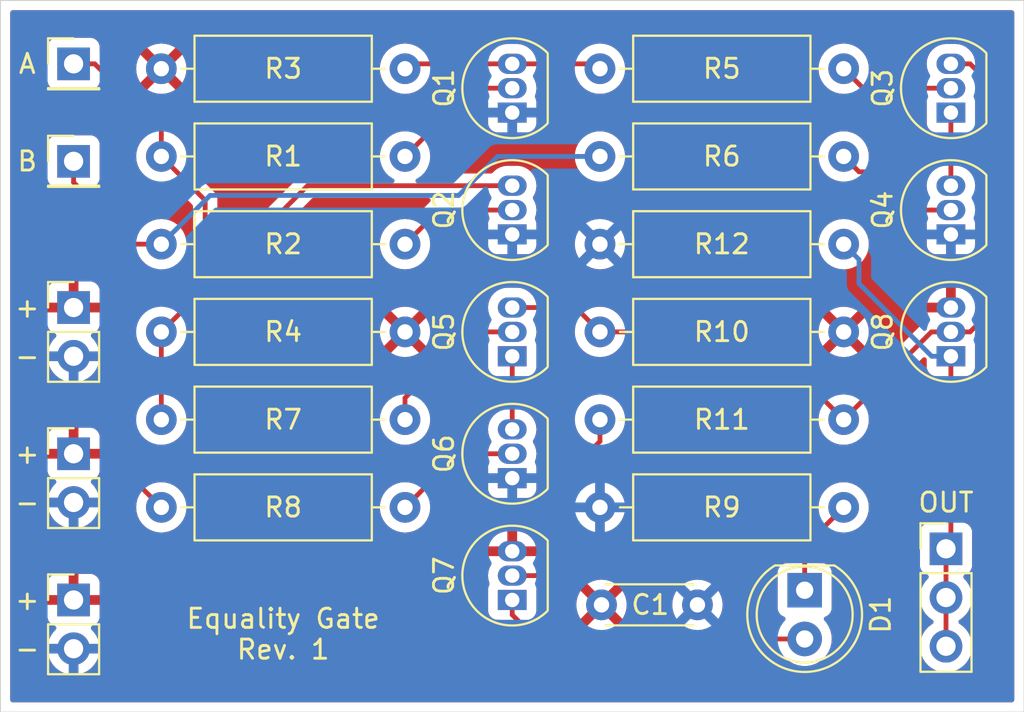
<source format=kicad_pcb>
(kicad_pcb (version 20221018) (generator pcbnew)
  (layers (0 "F.Cu" signal) (31 "B.Cu" signal) (34 "B.Paste" user) (35 "F.Paste" user) (36 "B.SilkS" user "B.Silkscreen") (37 "F.SilkS" user "F.Silkscreen") (38 "B.Mask" user) (39 "F.Mask" user) (44 "Edge.Cuts" user))
  (net 0 "")
  (net 1 "VCC")
  (net 2 "GND")
  (net 3 "Net-(D1-K)")
  (net 4 "Net-(D1-A)")
  (net 5 "Net-(J1-Pin_1)")
  (net 6 "Net-(J2-Pin_1)")
  (net 7 "Net-(J6-Pin_1)")
  (net 8 "Net-(Q1-B)")
  (net 9 "Net-(Q1-C)")
  (net 10 "Net-(Q2-C)")
  (net 11 "Net-(Q2-B)")
  (net 12 "Net-(Q3-B)")
  (net 13 "Net-(Q3-C)")
  (net 14 "Net-(Q3-E)")
  (net 15 "Net-(Q4-B)")
  (net 16 "Net-(Q5-B)")
  (net 17 "Net-(Q5-E)")
  (net 18 "Net-(Q6-B)")
  (net 19 "Net-(Q7-B)")
  (footprint "Connector_PinHeader_2.54mm:PinHeader_1x02_P2.54mm_Vertical" (layer "F.Cu") (at 77.978 85.09)
    (fp_text reference "J3" hide)
    (fp_text value "Power")
    (fp_line (start -1.33 -1.33) (end 0 -1.33) (stroke (width 0.12)) (layer "F.SilkS"))
    (fp_line (start -1.33 0) (end -1.33 -1.33) (stroke (width 0.12)) (layer "F.SilkS"))
    (fp_line (start -1.33 1.27) (end -1.33 3.87) (stroke (width 0.12)) (layer "F.SilkS"))
    (fp_line (start -1.33 1.27) (end 1.33 1.27) (stroke (width 0.12)) (layer "F.SilkS"))
    (fp_line (start -1.33 3.87) (end 1.33 3.87) (stroke (width 0.12)) (layer "F.SilkS"))
    (fp_line (start 1.33 1.27) (end 1.33 3.87) (stroke (width 0.12)) (layer "F.SilkS"))
    (pad "1" thru_hole rect (at 0 0) (size 1.7 1.7) (drill 1) (layers "*.Cu" "*.Mask") (net 1 "VCC"))
    (pad "2" thru_hole oval (at 0 2.54) (size 1.7 1.7) (drill 1) (layers "*.Cu" "*.Mask") (net 2 "GND"))
  )
  (footprint "Connector_PinHeader_2.54mm:PinHeader_1x02_P2.54mm_Vertical" (layer "F.Cu") (at 77.978 77.47)
    (fp_text reference "J4" hide)
    (fp_text value "Power")
    (fp_line (start -1.33 -1.33) (end 0 -1.33) (stroke (width 0.12)) (layer "F.SilkS"))
    (fp_line (start -1.33 0) (end -1.33 -1.33) (stroke (width 0.12)) (layer "F.SilkS"))
    (fp_line (start -1.33 1.27) (end -1.33 3.87) (stroke (width 0.12)) (layer "F.SilkS"))
    (fp_line (start -1.33 1.27) (end 1.33 1.27) (stroke (width 0.12)) (layer "F.SilkS"))
    (fp_line (start -1.33 3.87) (end 1.33 3.87) (stroke (width 0.12)) (layer "F.SilkS"))
    (fp_line (start 1.33 1.27) (end 1.33 3.87) (stroke (width 0.12)) (layer "F.SilkS"))
    (pad "1" thru_hole rect (at 0 0) (size 1.7 1.7) (drill 1) (layers "*.Cu" "*.Mask") (net 1 "VCC"))
    (pad "2" thru_hole oval (at 0 2.54) (size 1.7 1.7) (drill 1) (layers "*.Cu" "*.Mask") (net 2 "GND"))
  )
  (footprint "Resistor_THT:R_Axial_DIN0309_L9.0mm_D3.2mm_P12.70mm_Horizontal" (layer "F.Cu") (at 95.25 78.74 180)
    (fp_text reference "R4" (at 6.35 0) (layer "F.SilkS"))
    (fp_text value "1K")
    (fp_line (start 1.04 0) (end 1.73 0) (stroke (width 0.12)) (layer "F.SilkS"))
    (fp_line (start 1.73 -1.72) (end 1.73 1.72) (stroke (width 0.12)) (layer "F.SilkS"))
    (fp_line (start 1.73 1.72) (end 10.97 1.72) (stroke (width 0.12)) (layer "F.SilkS"))
    (fp_line (start 10.97 -1.72) (end 1.73 -1.72) (stroke (width 0.12)) (layer "F.SilkS"))
    (fp_line (start 10.97 1.72) (end 10.97 -1.72) (stroke (width 0.12)) (layer "F.SilkS"))
    (fp_line (start 11.66 0) (end 10.97 0) (stroke (width 0.12)) (layer "F.SilkS"))
    (pad "1" thru_hole circle (at 0 0 180) (size 1.6 1.6) (drill 0.8) (layers "*.Cu" "*.Mask") (net 1 "VCC"))
    (pad "2" thru_hole oval (at 12.7 0 180) (size 1.6 1.6) (drill 0.8) (layers "*.Cu" "*.Mask") (net 10 "Net-(Q2-C)"))
  )
  (footprint "Resistor_THT:R_Axial_DIN0309_L9.0mm_D3.2mm_P12.70mm_Horizontal" (layer "F.Cu") (at 118.11 65.024 180)
    (fp_text reference "R5" (at 6.35 0) (layer "F.SilkS"))
    (fp_text value "10K")
    (fp_line (start 1.04 0) (end 1.73 0) (stroke (width 0.12)) (layer "F.SilkS"))
    (fp_line (start 1.73 -1.72) (end 1.73 1.72) (stroke (width 0.12)) (layer "F.SilkS"))
    (fp_line (start 1.73 1.72) (end 10.97 1.72) (stroke (width 0.12)) (layer "F.SilkS"))
    (fp_line (start 10.97 -1.72) (end 1.73 -1.72) (stroke (width 0.12)) (layer "F.SilkS"))
    (fp_line (start 10.97 1.72) (end 10.97 -1.72) (stroke (width 0.12)) (layer "F.SilkS"))
    (fp_line (start 11.66 0) (end 10.97 0) (stroke (width 0.12)) (layer "F.SilkS"))
    (pad "1" thru_hole circle (at 0 0 180) (size 1.6 1.6) (drill 0.8) (layers "*.Cu" "*.Mask") (net 12 "Net-(Q3-B)"))
    (pad "2" thru_hole oval (at 12.7 0 180) (size 1.6 1.6) (drill 0.8) (layers "*.Cu" "*.Mask") (net 9 "Net-(Q1-C)"))
  )
  (footprint "Resistor_THT:R_Axial_DIN0309_L9.0mm_D3.2mm_P12.70mm_Horizontal" (layer "F.Cu") (at 118.11 69.596 180)
    (fp_text reference "R6" (at 6.35 0) (layer "F.SilkS"))
    (fp_text value "10K")
    (fp_line (start 1.04 0) (end 1.73 0) (stroke (width 0.12)) (layer "F.SilkS"))
    (fp_line (start 1.73 -1.72) (end 1.73 1.72) (stroke (width 0.12)) (layer "F.SilkS"))
    (fp_line (start 1.73 1.72) (end 10.97 1.72) (stroke (width 0.12)) (layer "F.SilkS"))
    (fp_line (start 10.97 -1.72) (end 1.73 -1.72) (stroke (width 0.12)) (layer "F.SilkS"))
    (fp_line (start 10.97 1.72) (end 10.97 -1.72) (stroke (width 0.12)) (layer "F.SilkS"))
    (fp_line (start 11.66 0) (end 10.97 0) (stroke (width 0.12)) (layer "F.SilkS"))
    (pad "1" thru_hole circle (at 0 0 180) (size 1.6 1.6) (drill 0.8) (layers "*.Cu" "*.Mask") (net 15 "Net-(Q4-B)"))
    (pad "2" thru_hole oval (at 12.7 0 180) (size 1.6 1.6) (drill 0.8) (layers "*.Cu" "*.Mask") (net 6 "Net-(J2-Pin_1)"))
  )
  (footprint "Resistor_THT:R_Axial_DIN0309_L9.0mm_D3.2mm_P12.70mm_Horizontal" (layer "F.Cu") (at 95.25 83.312 180)
    (fp_text reference "R7" (at 6.35 0) (layer "F.SilkS"))
    (fp_text value "10K")
    (fp_line (start 1.04 0) (end 1.73 0) (stroke (width 0.12)) (layer "F.SilkS"))
    (fp_line (start 1.73 -1.72) (end 1.73 1.72) (stroke (width 0.12)) (layer "F.SilkS"))
    (fp_line (start 1.73 1.72) (end 10.97 1.72) (stroke (width 0.12)) (layer "F.SilkS"))
    (fp_line (start 10.97 -1.72) (end 1.73 -1.72) (stroke (width 0.12)) (layer "F.SilkS"))
    (fp_line (start 10.97 1.72) (end 10.97 -1.72) (stroke (width 0.12)) (layer "F.SilkS"))
    (fp_line (start 11.66 0) (end 10.97 0) (stroke (width 0.12)) (layer "F.SilkS"))
    (pad "1" thru_hole circle (at 0 0 180) (size 1.6 1.6) (drill 0.8) (layers "*.Cu" "*.Mask") (net 16 "Net-(Q5-B)"))
    (pad "2" thru_hole oval (at 12.7 0 180) (size 1.6 1.6) (drill 0.8) (layers "*.Cu" "*.Mask") (net 10 "Net-(Q2-C)"))
  )
  (footprint "Resistor_THT:R_Axial_DIN0309_L9.0mm_D3.2mm_P12.70mm_Horizontal" (layer "F.Cu") (at 118.11 87.884 180)
    (fp_text reference "R9" (at 6.35 0) (layer "F.SilkS"))
    (fp_text value "1K")
    (fp_line (start 1.04 0) (end 1.73 0) (stroke (width 0.12)) (layer "F.SilkS"))
    (fp_line (start 1.73 -1.72) (end 1.73 1.72) (stroke (width 0.12)) (layer "F.SilkS"))
    (fp_line (start 1.73 1.72) (end 10.97 1.72) (stroke (width 0.12)) (layer "F.SilkS"))
    (fp_line (start 10.97 -1.72) (end 1.73 -1.72) (stroke (width 0.12)) (layer "F.SilkS"))
    (fp_line (start 10.97 1.72) (end 10.97 -1.72) (stroke (width 0.12)) (layer "F.SilkS"))
    (fp_line (start 11.66 0) (end 10.97 0) (stroke (width 0.12)) (layer "F.SilkS"))
    (pad "1" thru_hole circle (at 0 0 180) (size 1.6 1.6) (drill 0.8) (layers "*.Cu" "*.Mask") (net 3 "Net-(D1-K)"))
    (pad "2" thru_hole oval (at 12.7 0 180) (size 1.6 1.6) (drill 0.8) (layers "*.Cu" "*.Mask") (net 2 "GND"))
  )
  (footprint "Resistor_THT:R_Axial_DIN0309_L9.0mm_D3.2mm_P12.70mm_Horizontal" (layer "F.Cu") (at 118.11 78.74 180)
    (fp_text reference "R10" (at 6.35 0) (layer "F.SilkS"))
    (fp_text value "1K")
    (fp_line (start 1.04 0) (end 1.73 0) (stroke (width 0.12)) (layer "F.SilkS"))
    (fp_line (start 1.73 -1.72) (end 1.73 1.72) (stroke (width 0.12)) (layer "F.SilkS"))
    (fp_line (start 1.73 1.72) (end 10.97 1.72) (stroke (width 0.12)) (layer "F.SilkS"))
    (fp_line (start 10.97 -1.72) (end 1.73 -1.72) (stroke (width 0.12)) (layer "F.SilkS"))
    (fp_line (start 10.97 1.72) (end 10.97 -1.72) (stroke (width 0.12)) (layer "F.SilkS"))
    (fp_line (start 11.66 0) (end 10.97 0) (stroke (width 0.12)) (layer "F.SilkS"))
    (pad "1" thru_hole circle (at 0 0 180) (size 1.6 1.6) (drill 0.8) (layers "*.Cu" "*.Mask") (net 1 "VCC"))
    (pad "2" thru_hole oval (at 12.7 0 180) (size 1.6 1.6) (drill 0.8) (layers "*.Cu" "*.Mask") (net 13 "Net-(Q3-C)"))
  )
  (footprint "Resistor_THT:R_Axial_DIN0309_L9.0mm_D3.2mm_P12.70mm_Horizontal" (layer "F.Cu") (at 105.41 83.312)
    (fp_text reference "R11" (at 6.35 0) (layer "F.SilkS"))
    (fp_text value "10K")
    (fp_line (start 1.04 0) (end 1.73 0) (stroke (width 0.12)) (layer "F.SilkS"))
    (fp_line (start 1.73 -1.72) (end 1.73 1.72) (stroke (width 0.12)) (layer "F.SilkS"))
    (fp_line (start 1.73 1.72) (end 10.97 1.72) (stroke (width 0.12)) (layer "F.SilkS"))
    (fp_line (start 10.97 -1.72) (end 1.73 -1.72) (stroke (width 0.12)) (layer "F.SilkS"))
    (fp_line (start 10.97 1.72) (end 10.97 -1.72) (stroke (width 0.12)) (layer "F.SilkS"))
    (fp_line (start 11.66 0) (end 10.97 0) (stroke (width 0.12)) (layer "F.SilkS"))
    (pad "1" thru_hole circle (at 0 0) (size 1.6 1.6) (drill 0.8) (layers "*.Cu" "*.Mask") (net 19 "Net-(Q7-B)"))
    (pad "2" thru_hole oval (at 12.7 0) (size 1.6 1.6) (drill 0.8) (layers "*.Cu" "*.Mask") (net 13 "Net-(Q3-C)"))
  )
  (footprint "Resistor_THT:R_Axial_DIN0309_L9.0mm_D3.2mm_P12.70mm_Horizontal" (layer "F.Cu") (at 105.41 74.168)
    (fp_text reference "R12" (at 6.35 0) (layer "F.SilkS"))
    (fp_text value "1K")
    (fp_line (start 1.04 0) (end 1.73 0) (stroke (width 0.12)) (layer "F.SilkS"))
    (fp_line (start 1.73 -1.72) (end 1.73 1.72) (stroke (width 0.12)) (layer "F.SilkS"))
    (fp_line (start 1.73 1.72) (end 10.97 1.72) (stroke (width 0.12)) (layer "F.SilkS"))
    (fp_line (start 10.97 -1.72) (end 1.73 -1.72) (stroke (width 0.12)) (layer "F.SilkS"))
    (fp_line (start 10.97 1.72) (end 10.97 -1.72) (stroke (width 0.12)) (layer "F.SilkS"))
    (fp_line (start 11.66 0) (end 10.97 0) (stroke (width 0.12)) (layer "F.SilkS"))
    (pad "1" thru_hole circle (at 0 0) (size 1.6 1.6) (drill 0.8) (layers "*.Cu" "*.Mask") (net 2 "GND"))
    (pad "2" thru_hole oval (at 12.7 0) (size 1.6 1.6) (drill 0.8) (layers "*.Cu" "*.Mask") (net 7 "Net-(J6-Pin_1)"))
  )
  (footprint "Connector_PinHeader_2.54mm:PinHeader_1x02_P2.54mm_Vertical" (layer "F.Cu") (at 77.978 92.71)
    (fp_text reference "J5" hide)
    (fp_text value "Power")
    (fp_line (start -1.33 -1.33) (end 0 -1.33) (stroke (width 0.12)) (layer "F.SilkS"))
    (fp_line (start -1.33 0) (end -1.33 -1.33) (stroke (width 0.12)) (layer "F.SilkS"))
    (fp_line (start -1.33 1.27) (end -1.33 3.87) (stroke (width 0.12)) (layer "F.SilkS"))
    (fp_line (start -1.33 1.27) (end 1.33 1.27) (stroke (width 0.12)) (layer "F.SilkS"))
    (fp_line (start -1.33 3.87) (end 1.33 3.87) (stroke (width 0.12)) (layer "F.SilkS"))
    (fp_line (start 1.33 1.27) (end 1.33 3.87) (stroke (width 0.12)) (layer "F.SilkS"))
    (pad "1" thru_hole rect (at 0 0) (size 1.7 1.7) (drill 1) (layers "*.Cu" "*.Mask") (net 1 "VCC"))
    (pad "2" thru_hole oval (at 0 2.54) (size 1.7 1.7) (drill 1) (layers "*.Cu" "*.Mask") (net 2 "GND"))
  )
  (footprint "Package_TO_SOT_THT:TO-92_Inline" (layer "F.Cu") (at 123.698 80.01 90)
    (fp_text reference "Q8" (at 1.27 -3.56 90) (layer "F.SilkS"))
    (fp_text value "2N2222")
    (fp_line (start -0.53 1.85) (end 3.07 1.85) (stroke (width 0.12)) (layer "F.SilkS"))
    (fp_arc (start -0.568478 1.838478) (mid -1.132087 -0.994977) (end 1.27 -2.6) (stroke (width 0.12)) (layer "F.SilkS"))
    (fp_arc (start 1.27 -2.6) (mid 3.672087 -0.994977) (end 3.108478 1.838478) (stroke (width 0.12)) (layer "F.SilkS"))
    (pad "1" thru_hole rect (at 0 0 90) (size 1.05 1.5) (drill 0.75) (layers "*.Cu" "*.Mask") (net 7 "Net-(J6-Pin_1)"))
    (pad "2" thru_hole oval (at 1.27 0 90) (size 1.05 1.5) (drill 0.75) (layers "*.Cu" "*.Mask") (net 13 "Net-(Q3-C)"))
    (pad "3" thru_hole oval (at 2.54 0 90) (size 1.05 1.5) (drill 0.75) (layers "*.Cu" "*.Mask") (net 1 "VCC"))
  )
  (footprint "Resistor_THT:R_Axial_DIN0309_L9.0mm_D3.2mm_P12.70mm_Horizontal" (layer "F.Cu") (at 82.55 65.024)
    (fp_text reference "R3" (at 6.35 0) (layer "F.SilkS"))
    (fp_text value "1K")
    (fp_line (start 1.04 0) (end 1.73 0) (stroke (width 0.12)) (layer "F.SilkS"))
    (fp_line (start 1.73 -1.72) (end 1.73 1.72) (stroke (width 0.12)) (layer "F.SilkS"))
    (fp_line (start 1.73 1.72) (end 10.97 1.72) (stroke (width 0.12)) (layer "F.SilkS"))
    (fp_line (start 10.97 -1.72) (end 1.73 -1.72) (stroke (width 0.12)) (layer "F.SilkS"))
    (fp_line (start 10.97 1.72) (end 10.97 -1.72) (stroke (width 0.12)) (layer "F.SilkS"))
    (fp_line (start 11.66 0) (end 10.97 0) (stroke (width 0.12)) (layer "F.SilkS"))
    (pad "1" thru_hole circle (at 0 0) (size 1.6 1.6) (drill 0.8) (layers "*.Cu" "*.Mask") (net 1 "VCC"))
    (pad "2" thru_hole oval (at 12.7 0) (size 1.6 1.6) (drill 0.8) (layers "*.Cu" "*.Mask") (net 9 "Net-(Q1-C)"))
  )
  (footprint "Package_TO_SOT_THT:TO-92_Inline" (layer "F.Cu") (at 123.698 73.66 90)
    (fp_text reference "Q4" (at 1.27 -3.56 90) (layer "F.SilkS"))
    (fp_text value "2N2222")
    (fp_line (start -0.53 1.85) (end 3.07 1.85) (stroke (width 0.12)) (layer "F.SilkS"))
    (fp_arc (start -0.568478 1.838478) (mid -1.132087 -0.994977) (end 1.27 -2.6) (stroke (width 0.12)) (layer "F.SilkS"))
    (fp_arc (start 1.27 -2.6) (mid 3.672087 -0.994977) (end 3.108478 1.838478) (stroke (width 0.12)) (layer "F.SilkS"))
    (pad "1" thru_hole rect (at 0 0 90) (size 1.05 1.5) (drill 0.75) (layers "*.Cu" "*.Mask") (net 2 "GND"))
    (pad "2" thru_hole oval (at 1.27 0 90) (size 1.05 1.5) (drill 0.75) (layers "*.Cu" "*.Mask") (net 15 "Net-(Q4-B)"))
    (pad "3" thru_hole oval (at 2.54 0 90) (size 1.05 1.5) (drill 0.75) (layers "*.Cu" "*.Mask") (net 14 "Net-(Q3-E)"))
  )
  (footprint "LED_THT:LED_D5.0mm" (layer "F.Cu") (at 116.078 92.202 -90)
    (fp_text reference "D1" (at 1.27 -3.96 90) (layer "F.SilkS"))
    (fp_text value "LED")
    (fp_line (start -1.29 -1.545) (end -1.29 1.545) (stroke (width 0.12)) (layer "F.SilkS"))
    (fp_arc (start -1.29 -1.54483) (mid 2.072002 -2.880433) (end 4.26 0.000462) (stroke (width 0.12)) (layer "F.SilkS"))
    (fp_arc (start 4.26 -0.000462) (mid 2.072002 2.880433) (end -1.29 1.54483) (stroke (width 0.12)) (layer "F.SilkS"))
    (fp_circle (center 1.27 0) (end 3.77 0) (stroke (width 0.12)) (fill none) (layer "F.SilkS"))
    (pad "1" thru_hole rect (at 0 0 270) (size 1.8 1.8) (drill 0.9) (layers "*.Cu" "*.Mask") (net 3 "Net-(D1-K)"))
    (pad "2" thru_hole circle (at 2.54 0 270) (size 1.8 1.8) (drill 0.9) (layers "*.Cu" "*.Mask") (net 4 "Net-(D1-A)"))
  )
  (footprint "Package_TO_SOT_THT:TO-92_Inline" (layer "F.Cu") (at 100.838 67.31 90)
    (fp_text reference "Q1" (at 1.27 -3.56 90) (layer "F.SilkS"))
    (fp_text value "2N2222")
    (fp_line (start -0.53 1.85) (end 3.07 1.85) (stroke (width 0.12)) (layer "F.SilkS"))
    (fp_arc (start -0.568478 1.838478) (mid -1.132087 -0.994977) (end 1.27 -2.6) (stroke (width 0.12)) (layer "F.SilkS"))
    (fp_arc (start 1.27 -2.6) (mid 3.672087 -0.994977) (end 3.108478 1.838478) (stroke (width 0.12)) (layer "F.SilkS"))
    (pad "1" thru_hole rect (at 0 0 90) (size 1.05 1.5) (drill 0.75) (layers "*.Cu" "*.Mask") (net 2 "GND"))
    (pad "2" thru_hole oval (at 1.27 0 90) (size 1.05 1.5) (drill 0.75) (layers "*.Cu" "*.Mask") (net 8 "Net-(Q1-B)"))
    (pad "3" thru_hole oval (at 2.54 0 90) (size 1.05 1.5) (drill 0.75) (layers "*.Cu" "*.Mask") (net 9 "Net-(Q1-C)"))
  )
  (footprint "Package_TO_SOT_THT:TO-92_Inline" (layer "F.Cu") (at 100.838 73.66 90)
    (fp_text reference "Q2" (at 1.27 -3.56 90) (layer "F.SilkS"))
    (fp_text value "2N2222")
    (fp_line (start -0.53 1.85) (end 3.07 1.85) (stroke (width 0.12)) (layer "F.SilkS"))
    (fp_arc (start -0.568478 1.838478) (mid -1.132087 -0.994977) (end 1.27 -2.6) (stroke (width 0.12)) (layer "F.SilkS"))
    (fp_arc (start 1.27 -2.6) (mid 3.672087 -0.994977) (end 3.108478 1.838478) (stroke (width 0.12)) (layer "F.SilkS"))
    (pad "1" thru_hole rect (at 0 0 90) (size 1.05 1.5) (drill 0.75) (layers "*.Cu" "*.Mask") (net 2 "GND"))
    (pad "2" thru_hole oval (at 1.27 0 90) (size 1.05 1.5) (drill 0.75) (layers "*.Cu" "*.Mask") (net 11 "Net-(Q2-B)"))
    (pad "3" thru_hole oval (at 2.54 0 90) (size 1.05 1.5) (drill 0.75) (layers "*.Cu" "*.Mask") (net 10 "Net-(Q2-C)"))
  )
  (footprint "Package_TO_SOT_THT:TO-92_Inline" (layer "F.Cu") (at 123.698 67.31 90)
    (fp_text reference "Q3" (at 1.27 -3.56 90) (layer "F.SilkS"))
    (fp_text value "2N2222")
    (fp_line (start -0.53 1.85) (end 3.07 1.85) (stroke (width 0.12)) (layer "F.SilkS"))
    (fp_arc (start -0.568478 1.838478) (mid -1.132087 -0.994977) (end 1.27 -2.6) (stroke (width 0.12)) (layer "F.SilkS"))
    (fp_arc (start 1.27 -2.6) (mid 3.672087 -0.994977) (end 3.108478 1.838478) (stroke (width 0.12)) (layer "F.SilkS"))
    (pad "1" thru_hole rect (at 0 0 90) (size 1.05 1.5) (drill 0.75) (layers "*.Cu" "*.Mask") (net 14 "Net-(Q3-E)"))
    (pad "2" thru_hole oval (at 1.27 0 90) (size 1.05 1.5) (drill 0.75) (layers "*.Cu" "*.Mask") (net 12 "Net-(Q3-B)"))
    (pad "3" thru_hole oval (at 2.54 0 90) (size 1.05 1.5) (drill 0.75) (layers "*.Cu" "*.Mask") (net 13 "Net-(Q3-C)"))
  )
  (footprint "Resistor_THT:R_Axial_DIN0309_L9.0mm_D3.2mm_P12.70mm_Horizontal" (layer "F.Cu") (at 95.25 69.596 180)
    (fp_text reference "R1" (at 6.35 0) (layer "F.SilkS"))
    (fp_text value "10K")
    (fp_line (start 1.04 0) (end 1.73 0) (stroke (width 0.12)) (layer "F.SilkS"))
    (fp_line (start 1.73 -1.72) (end 1.73 1.72) (stroke (width 0.12)) (layer "F.SilkS"))
    (fp_line (start 1.73 1.72) (end 10.97 1.72) (stroke (width 0.12)) (layer "F.SilkS"))
    (fp_line (start 10.97 -1.72) (end 1.73 -1.72) (stroke (width 0.12)) (layer "F.SilkS"))
    (fp_line (start 10.97 1.72) (end 10.97 -1.72) (stroke (width 0.12)) (layer "F.SilkS"))
    (fp_line (start 11.66 0) (end 10.97 0) (stroke (width 0.12)) (layer "F.SilkS"))
    (pad "1" thru_hole circle (at 0 0 180) (size 1.6 1.6) (drill 0.8) (layers "*.Cu" "*.Mask") (net 8 "Net-(Q1-B)"))
    (pad "2" thru_hole oval (at 12.7 0 180) (size 1.6 1.6) (drill 0.8) (layers "*.Cu" "*.Mask") (net 5 "Net-(J1-Pin_1)"))
  )
  (footprint "Package_TO_SOT_THT:TO-92_Inline" (layer "F.Cu") (at 100.838 92.71 90)
    (fp_text reference "Q7" (at 1.27 -3.56 90) (layer "F.SilkS"))
    (fp_text value "2N2222")
    (fp_line (start -0.53 1.85) (end 3.07 1.85) (stroke (width 0.12)) (layer "F.SilkS"))
    (fp_arc (start -0.568478 1.838478) (mid -1.132087 -0.994977) (end 1.27 -2.6) (stroke (width 0.12)) (layer "F.SilkS"))
    (fp_arc (start 1.27 -2.6) (mid 3.672087 -0.994977) (end 3.108478 1.838478) (stroke (width 0.12)) (layer "F.SilkS"))
    (pad "1" thru_hole rect (at 0 0 90) (size 1.05 1.5) (drill 0.75) (layers "*.Cu" "*.Mask") (net 4 "Net-(D1-A)"))
    (pad "2" thru_hole oval (at 1.27 0 90) (size 1.05 1.5) (drill 0.75) (layers "*.Cu" "*.Mask") (net 19 "Net-(Q7-B)"))
    (pad "3" thru_hole oval (at 2.54 0 90) (size 1.05 1.5) (drill 0.75) (layers "*.Cu" "*.Mask") (net 1 "VCC"))
  )
  (footprint "Resistor_THT:R_Axial_DIN0309_L9.0mm_D3.2mm_P12.70mm_Horizontal" (layer "F.Cu") (at 95.25 87.884 180)
    (fp_text reference "R8" (at 6.35 0) (layer "F.SilkS"))
    (fp_text value "10K")
    (fp_line (start 1.04 0) (end 1.73 0) (stroke (width 0.12)) (layer "F.SilkS"))
    (fp_line (start 1.73 -1.72) (end 1.73 1.72) (stroke (width 0.12)) (layer "F.SilkS"))
    (fp_line (start 1.73 1.72) (end 10.97 1.72) (stroke (width 0.12)) (layer "F.SilkS"))
    (fp_line (start 10.97 -1.72) (end 1.73 -1.72) (stroke (width 0.12)) (layer "F.SilkS"))
    (fp_line (start 10.97 1.72) (end 10.97 -1.72) (stroke (width 0.12)) (layer "F.SilkS"))
    (fp_line (start 11.66 0) (end 10.97 0) (stroke (width 0.12)) (layer "F.SilkS"))
    (pad "1" thru_hole circle (at 0 0 180) (size 1.6 1.6) (drill 0.8) (layers "*.Cu" "*.Mask") (net 18 "Net-(Q6-B)"))
    (pad "2" thru_hole oval (at 12.7 0 180) (size 1.6 1.6) (drill 0.8) (layers "*.Cu" "*.Mask") (net 5 "Net-(J1-Pin_1)"))
  )
  (footprint "Package_TO_SOT_THT:TO-92_Inline" (layer "F.Cu") (at 100.838 86.36 90)
    (fp_text reference "Q6" (at 1.27 -3.56 90) (layer "F.SilkS"))
    (fp_text value "2N2222")
    (fp_line (start -0.53 1.85) (end 3.07 1.85) (stroke (width 0.12)) (layer "F.SilkS"))
    (fp_arc (start -0.568478 1.838478) (mid -1.132087 -0.994977) (end 1.27 -2.6) (stroke (width 0.12)) (layer "F.SilkS"))
    (fp_arc (start 1.27 -2.6) (mid 3.672087 -0.994977) (end 3.108478 1.838478) (stroke (width 0.12)) (layer "F.SilkS"))
    (pad "1" thru_hole rect (at 0 0 90) (size 1.05 1.5) (drill 0.75) (layers "*.Cu" "*.Mask") (net 2 "GND"))
    (pad "2" thru_hole oval (at 1.27 0 90) (size 1.05 1.5) (drill 0.75) (layers "*.Cu" "*.Mask") (net 18 "Net-(Q6-B)"))
    (pad "3" thru_hole oval (at 2.54 0 90) (size 1.05 1.5) (drill 0.75) (layers "*.Cu" "*.Mask") (net 17 "Net-(Q5-E)"))
  )
  (footprint "Package_TO_SOT_THT:TO-92_Inline" (layer "F.Cu") (at 100.838 80.01 90)
    (fp_text reference "Q5" (at 1.27 -3.56 90) (layer "F.SilkS"))
    (fp_text value "2N2222")
    (fp_line (start -0.53 1.85) (end 3.07 1.85) (stroke (width 0.12)) (layer "F.SilkS"))
    (fp_arc (start -0.568478 1.838478) (mid -1.132087 -0.994977) (end 1.27 -2.6) (stroke (width 0.12)) (layer "F.SilkS"))
    (fp_arc (start 1.27 -2.6) (mid 3.672087 -0.994977) (end 3.108478 1.838478) (stroke (width 0.12)) (layer "F.SilkS"))
    (pad "1" thru_hole rect (at 0 0 90) (size 1.05 1.5) (drill 0.75) (layers "*.Cu" "*.Mask") (net 17 "Net-(Q5-E)"))
    (pad "2" thru_hole oval (at 1.27 0 90) (size 1.05 1.5) (drill 0.75) (layers "*.Cu" "*.Mask") (net 16 "Net-(Q5-B)"))
    (pad "3" thru_hole oval (at 2.54 0 90) (size 1.05 1.5) (drill 0.75) (layers "*.Cu" "*.Mask") (net 13 "Net-(Q3-C)"))
  )
  (footprint "Resistor_THT:R_Axial_DIN0309_L9.0mm_D3.2mm_P12.70mm_Horizontal" (layer "F.Cu") (at 95.25 74.168 180)
    (fp_text reference "R2" (at 6.35 0) (layer "F.SilkS"))
    (fp_text value "10K")
    (fp_line (start 1.04 0) (end 1.73 0) (stroke (width 0.12)) (layer "F.SilkS"))
    (fp_line (start 1.73 -1.72) (end 1.73 1.72) (stroke (width 0.12)) (layer "F.SilkS"))
    (fp_line (start 1.73 1.72) (end 10.97 1.72) (stroke (width 0.12)) (layer "F.SilkS"))
    (fp_line (start 10.97 -1.72) (end 1.73 -1.72) (stroke (width 0.12)) (layer "F.SilkS"))
    (fp_line (start 10.97 1.72) (end 10.97 -1.72) (stroke (width 0.12)) (layer "F.SilkS"))
    (fp_line (start 11.66 0) (end 10.97 0) (stroke (width 0.12)) (layer "F.SilkS"))
    (pad "1" thru_hole circle (at 0 0 180) (size 1.6 1.6) (drill 0.8) (layers "*.Cu" "*.Mask") (net 11 "Net-(Q2-B)"))
    (pad "2" thru_hole oval (at 12.7 0 180) (size 1.6 1.6) (drill 0.8) (layers "*.Cu" "*.Mask") (net 6 "Net-(J2-Pin_1)"))
  )
  (footprint "Capacitor_THT:C_Disc_D4.3mm_W1.9mm_P5.00mm" (layer "F.Cu") (at 105.49 92.964)
    (fp_text reference "C1" (at 2.54 0) (layer "F.SilkS"))
    (fp_text value "0.1uF")
    (fp_line (start 0.23 -1.07) (end 0.23 -1.055) (stroke (width 0.12)) (layer "F.SilkS"))
    (fp_line (start 0.23 -1.07) (end 4.77 -1.07) (stroke (width 0.12)) (layer "F.SilkS"))
    (fp_line (start 0.23 1.055) (end 0.23 1.07) (stroke (width 0.12)) (layer "F.SilkS"))
    (fp_line (start 0.23 1.07) (end 4.77 1.07) (stroke (width 0.12)) (layer "F.SilkS"))
    (fp_line (start 4.77 -1.07) (end 4.77 -1.055) (stroke (width 0.12)) (layer "F.SilkS"))
    (fp_line (start 4.77 1.055) (end 4.77 1.07) (stroke (width 0.12)) (layer "F.SilkS"))
    (pad "1" thru_hole circle (at 0 0) (size 1.6 1.6) (drill 0.8) (layers "*.Cu" "*.Mask") (net 1 "VCC"))
    (pad "2" thru_hole circle (at 5 0) (size 1.6 1.6) (drill 0.8) (layers "*.Cu" "*.Mask") (net 2 "GND"))
  )
  (footprint "Connector_PinHeader_2.54mm:PinHeader_1x03_P2.54mm_Vertical" (layer "F.Cu") (at 123.444 90.043)
    (fp_text reference "J6" hide)
    (fp_text value "OUT" (at 0 -2.413) (layer "F.SilkS"))
    (fp_line (start -1.33 -1.33) (end 0 -1.33) (stroke (width 0.12)) (layer "F.SilkS"))
    (fp_line (start -1.33 0) (end -1.33 -1.33) (stroke (width 0.12)) (layer "F.SilkS"))
    (fp_line (start -1.33 1.27) (end -1.33 6.41) (stroke (width 0.12)) (layer "F.SilkS"))
    (fp_line (start -1.33 1.27) (end 1.33 1.27) (stroke (width 0.12)) (layer "F.SilkS"))
    (fp_line (start -1.33 6.41) (end 1.33 6.41) (stroke (width 0.12)) (layer "F.SilkS"))
    (fp_line (start 1.33 1.27) (end 1.33 6.41) (stroke (width 0.12)) (layer "F.SilkS"))
    (pad "1" thru_hole rect (at 0 0) (size 1.7 1.7) (drill 1) (layers "*.Cu" "*.Mask") (net 7 "Net-(J6-Pin_1)"))
    (pad "2" thru_hole oval (at 0 2.54) (size 1.7 1.7) (drill 1) (layers "*.Cu" "*.Mask") (net 7 "Net-(J6-Pin_1)"))
    (pad "3" thru_hole oval (at 0 5.08) (size 1.7 1.7) (drill 1) (layers "*.Cu" "*.Mask") (net 7 "Net-(J6-Pin_1)"))
  )
  (footprint "Connector_PinHeader_2.54mm:PinHeader_1x01_P2.54mm_Vertical" (layer "F.Cu") (at 77.978 69.85)
    (fp_text reference "J2" hide)
    (fp_text value "B" (at -2.413 0) (layer "F.SilkS"))
    (fp_line (start -1.33 -1.33) (end 0 -1.33) (stroke (width 0.12)) (layer "F.SilkS"))
    (fp_line (start -1.33 0) (end -1.33 -1.33) (stroke (width 0.12)) (layer "F.SilkS"))
    (fp_line (start -1.33 1.27) (end -1.33 1.33) (stroke (width 0.12)) (layer "F.SilkS"))
    (fp_line (start -1.33 1.27) (end 1.33 1.27) (stroke (width 0.12)) (layer "F.SilkS"))
    (fp_line (start -1.33 1.33) (end 1.33 1.33) (stroke (width 0.12)) (layer "F.SilkS"))
    (fp_line (start 1.33 1.27) (end 1.33 1.33) (stroke (width 0.12)) (layer "F.SilkS"))
    (pad "1" thru_hole rect (at 0 0) (size 1.7 1.7) (drill 1) (layers "*.Cu" "*.Mask") (net 6 "Net-(J2-Pin_1)"))
  )
  (footprint "Connector_PinHeader_2.54mm:PinHeader_1x01_P2.54mm_Vertical" (layer "F.Cu") (at 77.978 64.77)
    (fp_text reference "J1" hide)
    (fp_text value "A" (at -2.413 0) (layer "F.SilkS"))
    (fp_line (start -1.33 -1.33) (end 0 -1.33) (stroke (width 0.12)) (layer "F.SilkS"))
    (fp_line (start -1.33 0) (end -1.33 -1.33) (stroke (width 0.12)) (layer "F.SilkS"))
    (fp_line (start -1.33 1.27) (end -1.33 1.33) (stroke (width 0.12)) (layer "F.SilkS"))
    (fp_line (start -1.33 1.27) (end 1.33 1.27) (stroke (width 0.12)) (layer "F.SilkS"))
    (fp_line (start -1.33 1.33) (end 1.33 1.33) (stroke (width 0.12)) (layer "F.SilkS"))
    (fp_line (start 1.33 1.27) (end 1.33 1.33) (stroke (width 0.12)) (layer "F.SilkS"))
    (pad "1" thru_hole rect (at 0 0) (size 1.7 1.7) (drill 1) (layers "*.Cu" "*.Mask") (net 5 "Net-(J1-Pin_1)"))
  )
  (gr_line (start 127.508 61.468) (end 74.168 61.468) (stroke (width 0.05)) (layer "Edge.Cuts"))
  (gr_line (start 74.168 61.468) (end 74.168 98.552) (stroke (width 0.05)) (layer "Edge.Cuts"))
  (gr_line (start 127.508 98.552) (end 127.508 61.468) (stroke (width 0.05)) (layer "Edge.Cuts"))
  (gr_line (start 74.168 98.552) (end 127.508 98.552) (stroke (width 0.05)) (layer "Edge.Cuts"))
  (gr_text "+" (at 75.565 77.47) (layer "F.SilkS") (effects (font (size 1 1))))
  (gr_text "+" (at 75.565 85.09) (layer "F.SilkS") (effects (font (size 1 1))))
  (gr_text "+" (at 75.565 92.71) (layer "F.SilkS") (effects (font (size 1 1))))
  (gr_text "-" (at 75.565 95.25) (layer "F.SilkS") (effects (font (size 1 1))))
  (gr_text "-" (at 75.565 87.63) (layer "F.SilkS") (effects (font (size 1 1))))
  (gr_text "-" (at 75.565 80.01) (layer "F.SilkS") (effects (font (size 1 1))))
  (gr_text "Equality Gate\nRev. 1" (at 88.9 94.488) (layer "F.SilkS") (effects (font (size 1 1))))
  (segment (start 116.078 89.916) (end 118.11 87.884) (width 0.25) (layer "F.Cu") (net 3))
  (segment (start 116.078 92.202) (end 116.078 89.916) (width 0.25) (layer "F.Cu") (net 3))
  (segment (start 100.838 93.485) (end 100.838 92.71) (width 0.25) (layer "F.Cu") (net 4))
  (segment (start 102.095 94.742) (end 100.838 93.485) (width 0.25) (layer "F.Cu") (net 4))
  (segment (start 116.078 94.742) (end 102.095 94.742) (width 0.25) (layer "F.Cu") (net 4))
  (segment (start 84.836 74.168) (end 84.836 71.882) (width 0.25) (layer "F.Cu") (net 5))
  (segment (start 84.836 71.882) (end 83.349999 70.395999) (width 0.25) (layer "F.Cu") (net 5))
  (segment (start 83.349999 70.395999) (end 82.55 69.596) (width 0.25) (layer "F.Cu") (net 5))
  (segment (start 82.55 68.242) (end 82.55 68.46463) (width 0.25) (layer "F.Cu") (net 5))
  (segment (start 82.55 68.46463) (end 82.55 69.596) (width 0.25) (layer "F.Cu") (net 5))
  (segment (start 77.978 64.77) (end 79.078 64.77) (width 0.25) (layer "F.Cu") (net 5))
  (segment (start 79.078 64.77) (end 82.55 68.242) (width 0.25) (layer "F.Cu") (net 5))
  (segment (start 80.772 78.232) (end 84.836 74.168) (width 0.25) (layer "F.Cu") (net 5))
  (segment (start 80.772 86.106) (end 80.772 78.232) (width 0.25) (layer "F.Cu") (net 5))
  (segment (start 82.55 87.884) (end 80.772 86.106) (width 0.25) (layer "F.Cu") (net 5))
  (segment (start 77.978 69.85) (end 77.978 70.95) (width 0.25) (layer "F.Cu") (net 6))
  (segment (start 81.41863 74.168) (end 82.55 74.168) (width 0.25) (layer "F.Cu") (net 6))
  (segment (start 81.196 74.168) (end 81.41863 74.168) (width 0.25) (layer "F.Cu") (net 6))
  (segment (start 77.978 70.95) (end 81.196 74.168) (width 0.25) (layer "F.Cu") (net 6))
  (segment (start 100.076 69.596) (end 104.27863 69.596) (width 0.25) (layer "B.Cu") (net 6))
  (segment (start 104.27863 69.596) (end 105.41 69.596) (width 0.25) (layer "B.Cu") (net 6))
  (segment (start 98.044 71.628) (end 100.076 69.596) (width 0.25) (layer "B.Cu") (net 6))
  (segment (start 82.55 74.168) (end 85.09 71.628) (width 0.25) (layer "B.Cu") (net 6))
  (segment (start 85.09 71.628) (end 98.044 71.628) (width 0.25) (layer "B.Cu") (net 6))
  (segment (start 123.444 95.25) (end 123.444 92.71) (width 0.25) (layer "F.Cu") (net 7))
  (segment (start 123.444 90.17) (end 123.444 92.71) (width 0.25) (layer "F.Cu") (net 7))
  (segment (start 123.698 80.01) (end 123.698 89.916) (width 0.25) (layer "F.Cu") (net 7))
  (segment (start 123.698 89.916) (end 123.444 90.17) (width 0.25) (layer "F.Cu") (net 7))
  (segment (start 118.11 74.168) (end 118.909999 74.967999) (width 0.25) (layer "B.Cu") (net 7))
  (segment (start 122.698 80.01) (end 123.698 80.01) (width 0.25) (layer "B.Cu") (net 7))
  (segment (start 118.909999 74.967999) (end 118.909999 76.221999) (width 0.25) (layer "B.Cu") (net 7))
  (segment (start 118.909999 76.221999) (end 122.698 80.01) (width 0.25) (layer "B.Cu") (net 7))
  (segment (start 98.806 66.04) (end 100.838 66.04) (width 0.25) (layer "F.Cu") (net 8))
  (segment (start 95.25 69.596) (end 98.806 66.04) (width 0.25) (layer "F.Cu") (net 8))
  (segment (start 105.156 64.77) (end 105.41 65.024) (width 0.25) (layer "F.Cu") (net 9))
  (segment (start 95.504 64.77) (end 95.25 65.024) (width 0.25) (layer "F.Cu") (net 9))
  (segment (start 100.838 64.77) (end 95.504 64.77) (width 0.25) (layer "F.Cu") (net 9))
  (segment (start 100.838 64.77) (end 105.156 64.77) (width 0.25) (layer "F.Cu") (net 9))
  (segment (start 82.55 78.74) (end 90.17 71.12) (width 0.25) (layer "F.Cu") (net 10))
  (segment (start 90.17 71.12) (end 100.838 71.12) (width 0.25) (layer "F.Cu") (net 10))
  (segment (start 82.55 78.74) (end 82.55 83.312) (width 0.25) (layer "F.Cu") (net 10))
  (segment (start 95.25 74.168) (end 97.028 72.39) (width 0.25) (layer "F.Cu") (net 11))
  (segment (start 97.028 72.39) (end 100.838 72.39) (width 0.25) (layer "F.Cu") (net 11))
  (segment (start 118.11 65.024) (end 119.126 66.04) (width 0.25) (layer "F.Cu") (net 12))
  (segment (start 119.126 66.04) (end 123.698 66.04) (width 0.25) (layer "F.Cu") (net 12))
  (segment (start 122.682 78.74) (end 118.11 83.312) (width 0.25) (layer "F.Cu") (net 13))
  (segment (start 125.476 65.548) (end 124.698 64.77) (width 0.25) (layer "F.Cu") (net 13))
  (segment (start 105.41 78.74) (end 104.14 77.47) (width 0.25) (layer "F.Cu") (net 13))
  (segment (start 113.538 78.74) (end 105.41 78.74) (width 0.25) (layer "F.Cu") (net 13))
  (segment (start 125.476 77.962) (end 125.476 65.548) (width 0.25) (layer "F.Cu") (net 13))
  (segment (start 124.698 64.77) (end 123.698 64.77) (width 0.25) (layer "F.Cu") (net 13))
  (segment (start 123.698 78.74) (end 122.682 78.74) (width 0.25) (layer "F.Cu") (net 13))
  (segment (start 104.14 77.47) (end 100.838 77.47) (width 0.25) (layer "F.Cu") (net 13))
  (segment (start 123.698 78.74) (end 124.698 78.74) (width 0.25) (layer "F.Cu") (net 13))
  (segment (start 124.698 78.74) (end 125.476 77.962) (width 0.25) (layer "F.Cu") (net 13))
  (segment (start 118.11 83.312) (end 113.538 78.74) (width 0.25) (layer "F.Cu") (net 13))
  (segment (start 123.698 67.31) (end 123.698 71.12) (width 0.25) (layer "F.Cu") (net 14))
  (segment (start 122.698 72.39) (end 123.698 72.39) (width 0.25) (layer "F.Cu") (net 15))
  (segment (start 122.138 72.39) (end 122.698 72.39) (width 0.25) (layer "F.Cu") (net 15))
  (segment (start 118.909999 70.395999) (end 120.143999 70.395999) (width 0.25) (layer "F.Cu") (net 15))
  (segment (start 120.143999 70.395999) (end 122.138 72.39) (width 0.25) (layer "F.Cu") (net 15))
  (segment (start 118.11 69.596) (end 118.909999 70.395999) (width 0.25) (layer "F.Cu") (net 15))
  (segment (start 99.838 78.74) (end 100.838 78.74) (width 0.25) (layer "F.Cu") (net 16))
  (segment (start 95.25 83.312) (end 95.25 82.18063) (width 0.25) (layer "F.Cu") (net 16))
  (segment (start 95.25 82.18063) (end 98.69063 78.74) (width 0.25) (layer "F.Cu") (net 16))
  (segment (start 98.69063 78.74) (end 99.838 78.74) (width 0.25) (layer "F.Cu") (net 16))
  (segment (start 100.838 80.01) (end 100.838 83.82) (width 0.25) (layer "F.Cu") (net 17))
  (segment (start 95.25 87.884) (end 98.044 85.09) (width 0.25) (layer "F.Cu") (net 18))
  (segment (start 98.044 85.09) (end 100.838 85.09) (width 0.25) (layer "F.Cu") (net 18))
  (segment (start 105.41 84.44337) (end 103.632 86.22137) (width 0.25) (layer "F.Cu") (net 19))
  (segment (start 102.108 91.44) (end 100.838 91.44) (width 0.25) (layer "F.Cu") (net 19))
  (segment (start 103.632 89.916) (end 102.108 91.44) (width 0.25) (layer "F.Cu") (net 19))
  (segment (start 105.41 83.312) (end 105.41 84.44337) (width 0.25) (layer "F.Cu") (net 19))
  (segment (start 103.632 86.22137) (end 103.632 89.916) (width 0.25) (layer "F.Cu") (net 19))
  (zone (net 1) (net_name "VCC") (layer "F.Cu") (connect_pads (clearance 0.508)) (min_thickness 0.254) (fill yes (thermal_gap 0.508) (thermal_bridge_width 0.508))
    (polygon (pts (xy 127 98.044) (xy 74.676 98.044) (xy 74.676 61.976) (xy 127 61.976)))
  )
  (zone (net 2) (net_name "GND") (layer "B.Cu") (connect_pads (clearance 0.508)) (min_thickness 0.254) (fill yes (thermal_gap 0.508) (thermal_bridge_width 0.508))
    (polygon (pts (xy 127 98.044) (xy 74.676 98.044) (xy 74.676 61.976) (xy 127 61.976)))
  )
)
</source>
